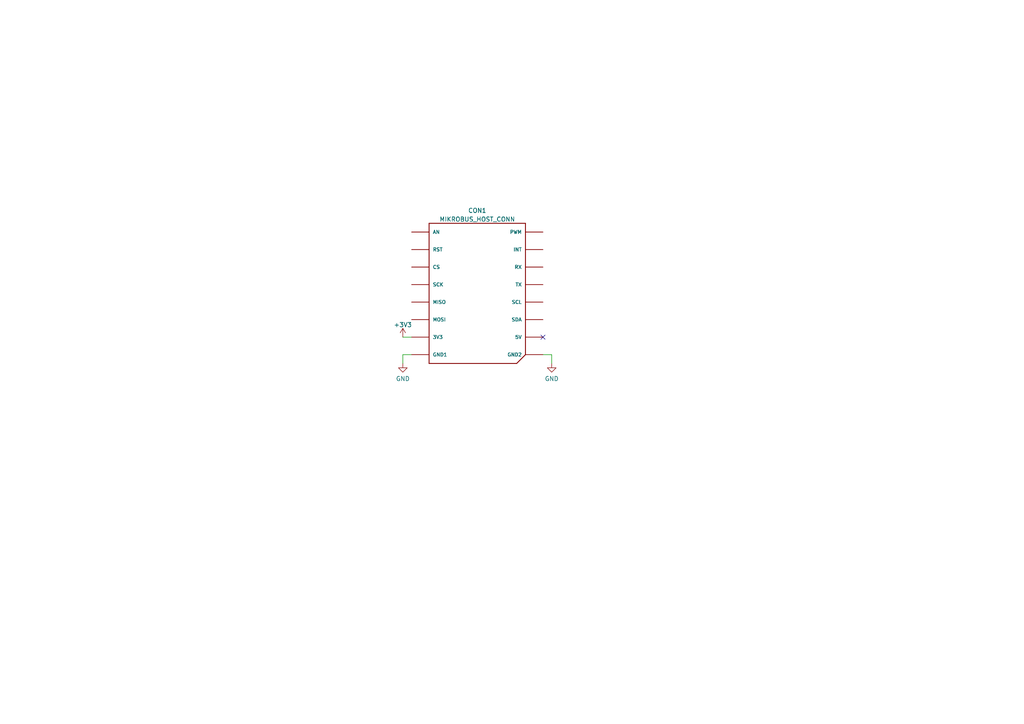
<source format=kicad_sch>
(kicad_sch (version 20211123) (generator eeschema)
  (paper "A4")
  (lib_symbols
    (symbol "mikrobus:MIKROBUS_HOST_CONN" (pin_numbers hide) (pin_names (offset 1.016))
      (property "Reference" "CON" (at 10.16 38.1 0))
      (property "Value" "MIKROBUS_HOST_CONN" (at 2.54 3.81 0))
      (symbol "MIKROBUS_HOST_CONN_0_0"
        (polyline (pts (xy 0 0) (xy 0 40.64)) (stroke (width 0.254)))
        (polyline (pts (xy 0 40.64) (xy 27.94 40.64)) (stroke (width 0.254)))
        (polyline (pts (xy 25.4 0) (xy 0 0)) (stroke (width 0.254)))
        (polyline (pts (xy 27.94 2.54) (xy 25.4 0)) (stroke (width 0.254)))
        (polyline (pts (xy 27.94 40.64) (xy 27.94 2.54)) (stroke (width 0.254)))
        (pin bidirectional line (at -5.08 38.1 0) (length 5.08) (name "AN") (number "P1"))
        (pin power_in line (at 33.02 7.62 180) (length 5.08) (name "5V") (number "P10"))
        (pin bidirectional line (at 33.02 12.7 180) (length 5.08) (name "SDA") (number "P11"))
        (pin bidirectional line (at 33.02 17.78 180) (length 5.08) (name "SCL") (number "P12"))
        (pin bidirectional line (at 33.02 22.86 180) (length 5.08) (name "TX") (number "P13"))
        (pin bidirectional line (at 33.02 27.94 180) (length 5.08) (name "RX") (number "P14"))
        (pin bidirectional line (at 33.02 33.02 180) (length 5.08) (name "INT") (number "P15"))
        (pin bidirectional line (at 33.02 38.1 180) (length 5.08) (name "PWM") (number "P16"))
        (pin bidirectional line (at -5.08 33.02 0) (length 5.08) (name "RST") (number "P2"))
        (pin bidirectional line (at -5.08 27.94 0) (length 5.08) (name "CS") (number "P3"))
        (pin bidirectional line (at -5.08 22.86 0) (length 5.08) (name "SCK") (number "P4"))
        (pin bidirectional line (at -5.08 17.78 0) (length 5.08) (name "MISO") (number "P5"))
        (pin bidirectional line (at -5.08 12.7 0) (length 5.08) (name "MOSI") (number "P6"))
        (pin power_in line (at -5.08 7.62 0) (length 5.08) (name "3V3") (number "P7"))
        (pin bidirectional line (at -5.08 2.54 0) (length 5.08) (name "GND1") (number "P8"))
        (pin bidirectional line (at 33.02 2.54 180) (length 5.08) (name "GND2") (number "P9"))
      )
    )
    (symbol "power:+3.3V" (power) (pin_names (offset 0))
      (property "Value" "+3.3V" (at 0 3.556 0))
      (symbol "+3.3V_0_1"
        (polyline (pts (xy -0.762 1.27) (xy 0 2.54)))
        (polyline (pts (xy 0 0) (xy 0 2.54)))
        (polyline (pts (xy 0 2.54) (xy 0.762 1.27)))
      )
      (symbol "+3.3V_1_1"
        (pin power_in line (at 0 0 90) (length 0) hide (name "+3V3") (number "1"))
      )
    )
    (symbol "power:GND" (power) (pin_names (offset 0))
      (property "Value" "GND" (at 0 -3.81 0))
      (symbol "GND_0_1"
        (polyline (pts (xy 0 0) (xy 0 -1.27) (xy 1.27 -1.27) (xy 0 -2.54) (xy -1.27 -1.27) (xy 0 -1.27)))
      )
      (symbol "GND_1_1"
        (pin power_in line (at 0 0 270) (length 0) hide (name "GND") (number "1"))
      )
    )
  )
  (no_connect (at 157.48 97.79))
  (wire (pts (xy 160.02 102.87) (xy 157.48 102.87)))
  (wire (pts (xy 160.02 105.41) (xy 160.02 102.87)))
  (wire (pts (xy 119.38 102.87) (xy 116.84 102.87)))
  (wire (pts (xy 116.84 97.79) (xy 119.38 97.79)))
  (wire (pts (xy 116.84 102.87) (xy 116.84 105.41)))
  (symbol (lib_id "power:GND") (at 160.02 105.41 0) (unit 1)
    (property "Reference" "#PWR0101" (effects hide))
    (property "Value" "GND" (at 160.02 109.8534 0))
  )
  (symbol (lib_id "power:+3.3V") (at 116.84 97.79 0) (unit 1)
    (property "Reference" "#PWR0103" (effects hide))
    (property "Value" "+3.3V" (at 116.84 94.2142 0))
  )
  (symbol (lib_id "mikrobus:MIKROBUS_HOST_CONN") (at 124.46 105.41 0) (unit 1)
    (property "Reference" "CON1" (at 138.43 61.0702 0))
    (property "Value" "MIKROBUS_HOST_CONN" (at 138.43 63.6071 0))
    (property "Footprint" "mikroBUS:MIKROBUS_HOST_CONN" (effects hide))
  )
  (symbol (lib_id "power:GND") (at 116.84 105.41 0) (unit 1)
    (property "Reference" "#PWR0102" (effects hide))
    (property "Value" "GND" (at 116.84 109.8534 0))
  )
)
</source>
